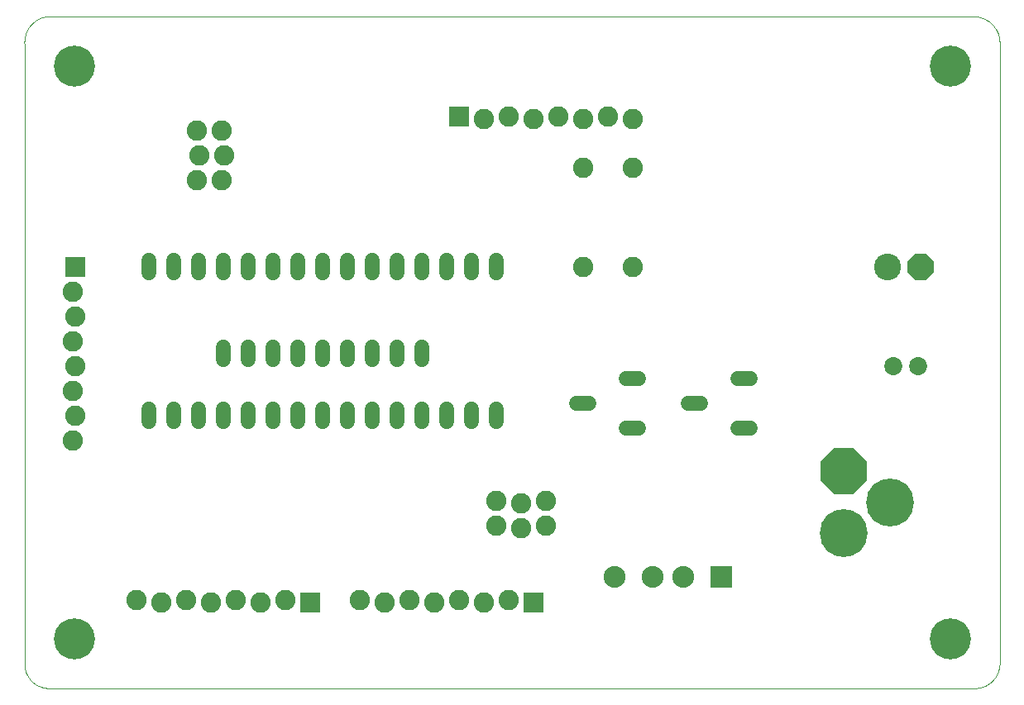
<source format=gbs>
G75*
%MOIN*%
%OFA0B0*%
%FSLAX25Y25*%
%IPPOS*%
%LPD*%
%AMOC8*
5,1,8,0,0,1.08239X$1,22.5*
%
%ADD10OC8,0.18517*%
%ADD11C,0.19304*%
%ADD12C,0.05950*%
%ADD13C,0.00000*%
%ADD14C,0.16548*%
%ADD15C,0.08200*%
%ADD16R,0.08800X0.08800*%
%ADD17C,0.08800*%
%ADD18C,0.10800*%
%ADD19OC8,0.10800*%
%ADD20C,0.07300*%
%ADD21R,0.08200X0.08200*%
%ADD22C,0.06000*%
D10*
X0335000Y0092500D03*
D11*
X0353750Y0080000D03*
X0335000Y0067500D03*
D12*
X0195000Y0112425D02*
X0195000Y0117575D01*
X0185000Y0117575D02*
X0185000Y0112425D01*
X0175000Y0112425D02*
X0175000Y0117575D01*
X0165000Y0117575D02*
X0165000Y0112425D01*
X0155000Y0112425D02*
X0155000Y0117575D01*
X0145000Y0117575D02*
X0145000Y0112425D01*
X0135000Y0112425D02*
X0135000Y0117575D01*
X0125000Y0117575D02*
X0125000Y0112425D01*
X0115000Y0112425D02*
X0115000Y0117575D01*
X0105000Y0117575D02*
X0105000Y0112425D01*
X0095000Y0112425D02*
X0095000Y0117575D01*
X0085000Y0117575D02*
X0085000Y0112425D01*
X0075000Y0112425D02*
X0075000Y0117575D01*
X0065000Y0117575D02*
X0065000Y0112425D01*
X0055000Y0112425D02*
X0055000Y0117575D01*
X0055000Y0172425D02*
X0055000Y0177575D01*
X0065000Y0177575D02*
X0065000Y0172425D01*
X0075000Y0172425D02*
X0075000Y0177575D01*
X0085000Y0177575D02*
X0085000Y0172425D01*
X0095000Y0172425D02*
X0095000Y0177575D01*
X0105000Y0177575D02*
X0105000Y0172425D01*
X0115000Y0172425D02*
X0115000Y0177575D01*
X0125000Y0177575D02*
X0125000Y0172425D01*
X0135000Y0172425D02*
X0135000Y0177575D01*
X0145000Y0177575D02*
X0145000Y0172425D01*
X0155000Y0172425D02*
X0155000Y0177575D01*
X0165000Y0177575D02*
X0165000Y0172425D01*
X0175000Y0172425D02*
X0175000Y0177575D01*
X0185000Y0177575D02*
X0185000Y0172425D01*
X0195000Y0172425D02*
X0195000Y0177575D01*
D13*
X0032559Y0005000D02*
X0014843Y0005000D01*
X0014605Y0005003D01*
X0014367Y0005011D01*
X0014130Y0005026D01*
X0013893Y0005046D01*
X0013657Y0005072D01*
X0013421Y0005103D01*
X0013186Y0005140D01*
X0012952Y0005183D01*
X0012719Y0005232D01*
X0012487Y0005286D01*
X0012257Y0005346D01*
X0012028Y0005411D01*
X0011801Y0005482D01*
X0011576Y0005558D01*
X0011353Y0005640D01*
X0011131Y0005727D01*
X0010912Y0005819D01*
X0010695Y0005917D01*
X0010481Y0006019D01*
X0010269Y0006127D01*
X0010059Y0006241D01*
X0009853Y0006359D01*
X0009649Y0006482D01*
X0009449Y0006610D01*
X0009252Y0006742D01*
X0009057Y0006880D01*
X0008867Y0007022D01*
X0008679Y0007169D01*
X0008496Y0007320D01*
X0008316Y0007475D01*
X0008140Y0007635D01*
X0007968Y0007799D01*
X0007799Y0007968D01*
X0007635Y0008140D01*
X0007475Y0008316D01*
X0007320Y0008496D01*
X0007169Y0008679D01*
X0007022Y0008867D01*
X0006880Y0009057D01*
X0006742Y0009252D01*
X0006610Y0009449D01*
X0006482Y0009649D01*
X0006359Y0009853D01*
X0006241Y0010059D01*
X0006127Y0010269D01*
X0006019Y0010481D01*
X0005917Y0010695D01*
X0005819Y0010912D01*
X0005727Y0011131D01*
X0005640Y0011353D01*
X0005558Y0011576D01*
X0005482Y0011801D01*
X0005411Y0012028D01*
X0005346Y0012257D01*
X0005286Y0012487D01*
X0005232Y0012719D01*
X0005183Y0012952D01*
X0005140Y0013186D01*
X0005103Y0013421D01*
X0005072Y0013657D01*
X0005046Y0013893D01*
X0005026Y0014130D01*
X0005011Y0014367D01*
X0005003Y0014605D01*
X0005000Y0014843D01*
X0005000Y0036500D01*
X0005000Y0265000D01*
X0004989Y0265252D01*
X0004984Y0265504D01*
X0004986Y0265757D01*
X0004993Y0266009D01*
X0005006Y0266261D01*
X0005026Y0266512D01*
X0005051Y0266763D01*
X0005083Y0267013D01*
X0005121Y0267263D01*
X0005164Y0267511D01*
X0005214Y0267758D01*
X0005270Y0268004D01*
X0005331Y0268249D01*
X0005399Y0268492D01*
X0005472Y0268733D01*
X0005551Y0268973D01*
X0005636Y0269210D01*
X0005727Y0269446D01*
X0005823Y0269679D01*
X0005925Y0269909D01*
X0006032Y0270138D01*
X0006145Y0270363D01*
X0006263Y0270586D01*
X0006387Y0270806D01*
X0006516Y0271022D01*
X0006650Y0271236D01*
X0006789Y0271446D01*
X0006934Y0271653D01*
X0007083Y0271857D01*
X0007237Y0272056D01*
X0007396Y0272252D01*
X0007560Y0272444D01*
X0007728Y0272632D01*
X0007900Y0272816D01*
X0008077Y0272995D01*
X0008259Y0273171D01*
X0008444Y0273342D01*
X0008634Y0273508D01*
X0008828Y0273670D01*
X0009025Y0273827D01*
X0009226Y0273979D01*
X0009431Y0274126D01*
X0009639Y0274268D01*
X0009851Y0274405D01*
X0010066Y0274537D01*
X0010284Y0274664D01*
X0010505Y0274786D01*
X0010729Y0274902D01*
X0010955Y0275012D01*
X0011185Y0275118D01*
X0011416Y0275217D01*
X0011650Y0275311D01*
X0011887Y0275399D01*
X0012125Y0275482D01*
X0012365Y0275559D01*
X0012607Y0275630D01*
X0012851Y0275695D01*
X0013096Y0275754D01*
X0013343Y0275807D01*
X0013590Y0275854D01*
X0013839Y0275895D01*
X0014089Y0275931D01*
X0014339Y0275960D01*
X0014591Y0275983D01*
X0014842Y0276000D01*
X0014843Y0276000D02*
X0064055Y0276000D01*
X0387598Y0276000D01*
X0387857Y0275989D01*
X0388115Y0275973D01*
X0388372Y0275950D01*
X0388630Y0275921D01*
X0388886Y0275886D01*
X0389141Y0275844D01*
X0389395Y0275797D01*
X0389648Y0275743D01*
X0389900Y0275683D01*
X0390150Y0275617D01*
X0390399Y0275545D01*
X0390646Y0275467D01*
X0390890Y0275384D01*
X0391133Y0275294D01*
X0391373Y0275198D01*
X0391611Y0275097D01*
X0391847Y0274990D01*
X0392080Y0274877D01*
X0392310Y0274759D01*
X0392537Y0274635D01*
X0392761Y0274506D01*
X0392982Y0274371D01*
X0393199Y0274231D01*
X0393413Y0274086D01*
X0393624Y0273936D01*
X0393831Y0273780D01*
X0394034Y0273620D01*
X0394233Y0273455D01*
X0394428Y0273285D01*
X0394619Y0273110D01*
X0394805Y0272931D01*
X0394988Y0272748D01*
X0395165Y0272560D01*
X0395339Y0272367D01*
X0395507Y0272171D01*
X0395671Y0271971D01*
X0395829Y0271766D01*
X0395983Y0271558D01*
X0396132Y0271347D01*
X0396276Y0271132D01*
X0396414Y0270913D01*
X0396547Y0270691D01*
X0396674Y0270466D01*
X0396797Y0270238D01*
X0396913Y0270007D01*
X0397024Y0269773D01*
X0397129Y0269537D01*
X0397229Y0269298D01*
X0397323Y0269057D01*
X0397411Y0268814D01*
X0397493Y0268568D01*
X0397569Y0268321D01*
X0397639Y0268072D01*
X0397703Y0267822D01*
X0397760Y0267569D01*
X0397812Y0267316D01*
X0397858Y0267061D01*
X0397897Y0266806D01*
X0397931Y0266549D01*
X0397958Y0266292D01*
X0397979Y0266034D01*
X0397993Y0265776D01*
X0398002Y0265517D01*
X0398004Y0265259D01*
X0398000Y0265000D01*
X0398000Y0243000D01*
X0398000Y0014843D01*
X0398000Y0014842D02*
X0397990Y0014598D01*
X0397975Y0014354D01*
X0397953Y0014110D01*
X0397926Y0013867D01*
X0397893Y0013624D01*
X0397854Y0013383D01*
X0397809Y0013142D01*
X0397758Y0012903D01*
X0397701Y0012665D01*
X0397639Y0012428D01*
X0397571Y0012193D01*
X0397498Y0011960D01*
X0397418Y0011728D01*
X0397334Y0011499D01*
X0397243Y0011271D01*
X0397147Y0011046D01*
X0397046Y0010823D01*
X0396940Y0010603D01*
X0396828Y0010385D01*
X0396711Y0010170D01*
X0396589Y0009958D01*
X0396461Y0009749D01*
X0396329Y0009544D01*
X0396192Y0009341D01*
X0396050Y0009142D01*
X0395903Y0008946D01*
X0395751Y0008754D01*
X0395595Y0008566D01*
X0395434Y0008381D01*
X0395269Y0008201D01*
X0395100Y0008024D01*
X0394926Y0007852D01*
X0394748Y0007683D01*
X0394567Y0007519D01*
X0394381Y0007360D01*
X0394191Y0007205D01*
X0393998Y0007055D01*
X0393802Y0006909D01*
X0393601Y0006769D01*
X0393398Y0006633D01*
X0393191Y0006502D01*
X0392981Y0006376D01*
X0392769Y0006255D01*
X0392553Y0006140D01*
X0392334Y0006029D01*
X0392113Y0005924D01*
X0391890Y0005825D01*
X0391664Y0005730D01*
X0391436Y0005642D01*
X0391206Y0005558D01*
X0390974Y0005481D01*
X0390740Y0005409D01*
X0390504Y0005343D01*
X0390267Y0005282D01*
X0390029Y0005227D01*
X0389789Y0005178D01*
X0389548Y0005135D01*
X0389307Y0005097D01*
X0389064Y0005066D01*
X0388821Y0005040D01*
X0388577Y0005020D01*
X0388332Y0005006D01*
X0388088Y0004998D01*
X0387843Y0004996D01*
X0387598Y0005000D01*
X0032559Y0005000D01*
X0017126Y0025000D02*
X0017128Y0025193D01*
X0017135Y0025386D01*
X0017147Y0025579D01*
X0017164Y0025772D01*
X0017185Y0025964D01*
X0017211Y0026155D01*
X0017242Y0026346D01*
X0017277Y0026536D01*
X0017317Y0026725D01*
X0017362Y0026913D01*
X0017411Y0027100D01*
X0017465Y0027286D01*
X0017523Y0027470D01*
X0017586Y0027653D01*
X0017654Y0027834D01*
X0017725Y0028013D01*
X0017802Y0028191D01*
X0017882Y0028367D01*
X0017967Y0028540D01*
X0018056Y0028712D01*
X0018149Y0028881D01*
X0018246Y0029048D01*
X0018348Y0029213D01*
X0018453Y0029375D01*
X0018562Y0029534D01*
X0018676Y0029691D01*
X0018793Y0029844D01*
X0018913Y0029995D01*
X0019038Y0030143D01*
X0019166Y0030288D01*
X0019297Y0030429D01*
X0019432Y0030568D01*
X0019571Y0030703D01*
X0019712Y0030834D01*
X0019857Y0030962D01*
X0020005Y0031087D01*
X0020156Y0031207D01*
X0020309Y0031324D01*
X0020466Y0031438D01*
X0020625Y0031547D01*
X0020787Y0031652D01*
X0020952Y0031754D01*
X0021119Y0031851D01*
X0021288Y0031944D01*
X0021460Y0032033D01*
X0021633Y0032118D01*
X0021809Y0032198D01*
X0021987Y0032275D01*
X0022166Y0032346D01*
X0022347Y0032414D01*
X0022530Y0032477D01*
X0022714Y0032535D01*
X0022900Y0032589D01*
X0023087Y0032638D01*
X0023275Y0032683D01*
X0023464Y0032723D01*
X0023654Y0032758D01*
X0023845Y0032789D01*
X0024036Y0032815D01*
X0024228Y0032836D01*
X0024421Y0032853D01*
X0024614Y0032865D01*
X0024807Y0032872D01*
X0025000Y0032874D01*
X0025193Y0032872D01*
X0025386Y0032865D01*
X0025579Y0032853D01*
X0025772Y0032836D01*
X0025964Y0032815D01*
X0026155Y0032789D01*
X0026346Y0032758D01*
X0026536Y0032723D01*
X0026725Y0032683D01*
X0026913Y0032638D01*
X0027100Y0032589D01*
X0027286Y0032535D01*
X0027470Y0032477D01*
X0027653Y0032414D01*
X0027834Y0032346D01*
X0028013Y0032275D01*
X0028191Y0032198D01*
X0028367Y0032118D01*
X0028540Y0032033D01*
X0028712Y0031944D01*
X0028881Y0031851D01*
X0029048Y0031754D01*
X0029213Y0031652D01*
X0029375Y0031547D01*
X0029534Y0031438D01*
X0029691Y0031324D01*
X0029844Y0031207D01*
X0029995Y0031087D01*
X0030143Y0030962D01*
X0030288Y0030834D01*
X0030429Y0030703D01*
X0030568Y0030568D01*
X0030703Y0030429D01*
X0030834Y0030288D01*
X0030962Y0030143D01*
X0031087Y0029995D01*
X0031207Y0029844D01*
X0031324Y0029691D01*
X0031438Y0029534D01*
X0031547Y0029375D01*
X0031652Y0029213D01*
X0031754Y0029048D01*
X0031851Y0028881D01*
X0031944Y0028712D01*
X0032033Y0028540D01*
X0032118Y0028367D01*
X0032198Y0028191D01*
X0032275Y0028013D01*
X0032346Y0027834D01*
X0032414Y0027653D01*
X0032477Y0027470D01*
X0032535Y0027286D01*
X0032589Y0027100D01*
X0032638Y0026913D01*
X0032683Y0026725D01*
X0032723Y0026536D01*
X0032758Y0026346D01*
X0032789Y0026155D01*
X0032815Y0025964D01*
X0032836Y0025772D01*
X0032853Y0025579D01*
X0032865Y0025386D01*
X0032872Y0025193D01*
X0032874Y0025000D01*
X0032872Y0024807D01*
X0032865Y0024614D01*
X0032853Y0024421D01*
X0032836Y0024228D01*
X0032815Y0024036D01*
X0032789Y0023845D01*
X0032758Y0023654D01*
X0032723Y0023464D01*
X0032683Y0023275D01*
X0032638Y0023087D01*
X0032589Y0022900D01*
X0032535Y0022714D01*
X0032477Y0022530D01*
X0032414Y0022347D01*
X0032346Y0022166D01*
X0032275Y0021987D01*
X0032198Y0021809D01*
X0032118Y0021633D01*
X0032033Y0021460D01*
X0031944Y0021288D01*
X0031851Y0021119D01*
X0031754Y0020952D01*
X0031652Y0020787D01*
X0031547Y0020625D01*
X0031438Y0020466D01*
X0031324Y0020309D01*
X0031207Y0020156D01*
X0031087Y0020005D01*
X0030962Y0019857D01*
X0030834Y0019712D01*
X0030703Y0019571D01*
X0030568Y0019432D01*
X0030429Y0019297D01*
X0030288Y0019166D01*
X0030143Y0019038D01*
X0029995Y0018913D01*
X0029844Y0018793D01*
X0029691Y0018676D01*
X0029534Y0018562D01*
X0029375Y0018453D01*
X0029213Y0018348D01*
X0029048Y0018246D01*
X0028881Y0018149D01*
X0028712Y0018056D01*
X0028540Y0017967D01*
X0028367Y0017882D01*
X0028191Y0017802D01*
X0028013Y0017725D01*
X0027834Y0017654D01*
X0027653Y0017586D01*
X0027470Y0017523D01*
X0027286Y0017465D01*
X0027100Y0017411D01*
X0026913Y0017362D01*
X0026725Y0017317D01*
X0026536Y0017277D01*
X0026346Y0017242D01*
X0026155Y0017211D01*
X0025964Y0017185D01*
X0025772Y0017164D01*
X0025579Y0017147D01*
X0025386Y0017135D01*
X0025193Y0017128D01*
X0025000Y0017126D01*
X0024807Y0017128D01*
X0024614Y0017135D01*
X0024421Y0017147D01*
X0024228Y0017164D01*
X0024036Y0017185D01*
X0023845Y0017211D01*
X0023654Y0017242D01*
X0023464Y0017277D01*
X0023275Y0017317D01*
X0023087Y0017362D01*
X0022900Y0017411D01*
X0022714Y0017465D01*
X0022530Y0017523D01*
X0022347Y0017586D01*
X0022166Y0017654D01*
X0021987Y0017725D01*
X0021809Y0017802D01*
X0021633Y0017882D01*
X0021460Y0017967D01*
X0021288Y0018056D01*
X0021119Y0018149D01*
X0020952Y0018246D01*
X0020787Y0018348D01*
X0020625Y0018453D01*
X0020466Y0018562D01*
X0020309Y0018676D01*
X0020156Y0018793D01*
X0020005Y0018913D01*
X0019857Y0019038D01*
X0019712Y0019166D01*
X0019571Y0019297D01*
X0019432Y0019432D01*
X0019297Y0019571D01*
X0019166Y0019712D01*
X0019038Y0019857D01*
X0018913Y0020005D01*
X0018793Y0020156D01*
X0018676Y0020309D01*
X0018562Y0020466D01*
X0018453Y0020625D01*
X0018348Y0020787D01*
X0018246Y0020952D01*
X0018149Y0021119D01*
X0018056Y0021288D01*
X0017967Y0021460D01*
X0017882Y0021633D01*
X0017802Y0021809D01*
X0017725Y0021987D01*
X0017654Y0022166D01*
X0017586Y0022347D01*
X0017523Y0022530D01*
X0017465Y0022714D01*
X0017411Y0022900D01*
X0017362Y0023087D01*
X0017317Y0023275D01*
X0017277Y0023464D01*
X0017242Y0023654D01*
X0017211Y0023845D01*
X0017185Y0024036D01*
X0017164Y0024228D01*
X0017147Y0024421D01*
X0017135Y0024614D01*
X0017128Y0024807D01*
X0017126Y0025000D01*
X0017126Y0256000D02*
X0017128Y0256193D01*
X0017135Y0256386D01*
X0017147Y0256579D01*
X0017164Y0256772D01*
X0017185Y0256964D01*
X0017211Y0257155D01*
X0017242Y0257346D01*
X0017277Y0257536D01*
X0017317Y0257725D01*
X0017362Y0257913D01*
X0017411Y0258100D01*
X0017465Y0258286D01*
X0017523Y0258470D01*
X0017586Y0258653D01*
X0017654Y0258834D01*
X0017725Y0259013D01*
X0017802Y0259191D01*
X0017882Y0259367D01*
X0017967Y0259540D01*
X0018056Y0259712D01*
X0018149Y0259881D01*
X0018246Y0260048D01*
X0018348Y0260213D01*
X0018453Y0260375D01*
X0018562Y0260534D01*
X0018676Y0260691D01*
X0018793Y0260844D01*
X0018913Y0260995D01*
X0019038Y0261143D01*
X0019166Y0261288D01*
X0019297Y0261429D01*
X0019432Y0261568D01*
X0019571Y0261703D01*
X0019712Y0261834D01*
X0019857Y0261962D01*
X0020005Y0262087D01*
X0020156Y0262207D01*
X0020309Y0262324D01*
X0020466Y0262438D01*
X0020625Y0262547D01*
X0020787Y0262652D01*
X0020952Y0262754D01*
X0021119Y0262851D01*
X0021288Y0262944D01*
X0021460Y0263033D01*
X0021633Y0263118D01*
X0021809Y0263198D01*
X0021987Y0263275D01*
X0022166Y0263346D01*
X0022347Y0263414D01*
X0022530Y0263477D01*
X0022714Y0263535D01*
X0022900Y0263589D01*
X0023087Y0263638D01*
X0023275Y0263683D01*
X0023464Y0263723D01*
X0023654Y0263758D01*
X0023845Y0263789D01*
X0024036Y0263815D01*
X0024228Y0263836D01*
X0024421Y0263853D01*
X0024614Y0263865D01*
X0024807Y0263872D01*
X0025000Y0263874D01*
X0025193Y0263872D01*
X0025386Y0263865D01*
X0025579Y0263853D01*
X0025772Y0263836D01*
X0025964Y0263815D01*
X0026155Y0263789D01*
X0026346Y0263758D01*
X0026536Y0263723D01*
X0026725Y0263683D01*
X0026913Y0263638D01*
X0027100Y0263589D01*
X0027286Y0263535D01*
X0027470Y0263477D01*
X0027653Y0263414D01*
X0027834Y0263346D01*
X0028013Y0263275D01*
X0028191Y0263198D01*
X0028367Y0263118D01*
X0028540Y0263033D01*
X0028712Y0262944D01*
X0028881Y0262851D01*
X0029048Y0262754D01*
X0029213Y0262652D01*
X0029375Y0262547D01*
X0029534Y0262438D01*
X0029691Y0262324D01*
X0029844Y0262207D01*
X0029995Y0262087D01*
X0030143Y0261962D01*
X0030288Y0261834D01*
X0030429Y0261703D01*
X0030568Y0261568D01*
X0030703Y0261429D01*
X0030834Y0261288D01*
X0030962Y0261143D01*
X0031087Y0260995D01*
X0031207Y0260844D01*
X0031324Y0260691D01*
X0031438Y0260534D01*
X0031547Y0260375D01*
X0031652Y0260213D01*
X0031754Y0260048D01*
X0031851Y0259881D01*
X0031944Y0259712D01*
X0032033Y0259540D01*
X0032118Y0259367D01*
X0032198Y0259191D01*
X0032275Y0259013D01*
X0032346Y0258834D01*
X0032414Y0258653D01*
X0032477Y0258470D01*
X0032535Y0258286D01*
X0032589Y0258100D01*
X0032638Y0257913D01*
X0032683Y0257725D01*
X0032723Y0257536D01*
X0032758Y0257346D01*
X0032789Y0257155D01*
X0032815Y0256964D01*
X0032836Y0256772D01*
X0032853Y0256579D01*
X0032865Y0256386D01*
X0032872Y0256193D01*
X0032874Y0256000D01*
X0032872Y0255807D01*
X0032865Y0255614D01*
X0032853Y0255421D01*
X0032836Y0255228D01*
X0032815Y0255036D01*
X0032789Y0254845D01*
X0032758Y0254654D01*
X0032723Y0254464D01*
X0032683Y0254275D01*
X0032638Y0254087D01*
X0032589Y0253900D01*
X0032535Y0253714D01*
X0032477Y0253530D01*
X0032414Y0253347D01*
X0032346Y0253166D01*
X0032275Y0252987D01*
X0032198Y0252809D01*
X0032118Y0252633D01*
X0032033Y0252460D01*
X0031944Y0252288D01*
X0031851Y0252119D01*
X0031754Y0251952D01*
X0031652Y0251787D01*
X0031547Y0251625D01*
X0031438Y0251466D01*
X0031324Y0251309D01*
X0031207Y0251156D01*
X0031087Y0251005D01*
X0030962Y0250857D01*
X0030834Y0250712D01*
X0030703Y0250571D01*
X0030568Y0250432D01*
X0030429Y0250297D01*
X0030288Y0250166D01*
X0030143Y0250038D01*
X0029995Y0249913D01*
X0029844Y0249793D01*
X0029691Y0249676D01*
X0029534Y0249562D01*
X0029375Y0249453D01*
X0029213Y0249348D01*
X0029048Y0249246D01*
X0028881Y0249149D01*
X0028712Y0249056D01*
X0028540Y0248967D01*
X0028367Y0248882D01*
X0028191Y0248802D01*
X0028013Y0248725D01*
X0027834Y0248654D01*
X0027653Y0248586D01*
X0027470Y0248523D01*
X0027286Y0248465D01*
X0027100Y0248411D01*
X0026913Y0248362D01*
X0026725Y0248317D01*
X0026536Y0248277D01*
X0026346Y0248242D01*
X0026155Y0248211D01*
X0025964Y0248185D01*
X0025772Y0248164D01*
X0025579Y0248147D01*
X0025386Y0248135D01*
X0025193Y0248128D01*
X0025000Y0248126D01*
X0024807Y0248128D01*
X0024614Y0248135D01*
X0024421Y0248147D01*
X0024228Y0248164D01*
X0024036Y0248185D01*
X0023845Y0248211D01*
X0023654Y0248242D01*
X0023464Y0248277D01*
X0023275Y0248317D01*
X0023087Y0248362D01*
X0022900Y0248411D01*
X0022714Y0248465D01*
X0022530Y0248523D01*
X0022347Y0248586D01*
X0022166Y0248654D01*
X0021987Y0248725D01*
X0021809Y0248802D01*
X0021633Y0248882D01*
X0021460Y0248967D01*
X0021288Y0249056D01*
X0021119Y0249149D01*
X0020952Y0249246D01*
X0020787Y0249348D01*
X0020625Y0249453D01*
X0020466Y0249562D01*
X0020309Y0249676D01*
X0020156Y0249793D01*
X0020005Y0249913D01*
X0019857Y0250038D01*
X0019712Y0250166D01*
X0019571Y0250297D01*
X0019432Y0250432D01*
X0019297Y0250571D01*
X0019166Y0250712D01*
X0019038Y0250857D01*
X0018913Y0251005D01*
X0018793Y0251156D01*
X0018676Y0251309D01*
X0018562Y0251466D01*
X0018453Y0251625D01*
X0018348Y0251787D01*
X0018246Y0251952D01*
X0018149Y0252119D01*
X0018056Y0252288D01*
X0017967Y0252460D01*
X0017882Y0252633D01*
X0017802Y0252809D01*
X0017725Y0252987D01*
X0017654Y0253166D01*
X0017586Y0253347D01*
X0017523Y0253530D01*
X0017465Y0253714D01*
X0017411Y0253900D01*
X0017362Y0254087D01*
X0017317Y0254275D01*
X0017277Y0254464D01*
X0017242Y0254654D01*
X0017211Y0254845D01*
X0017185Y0255036D01*
X0017164Y0255228D01*
X0017147Y0255421D01*
X0017135Y0255614D01*
X0017128Y0255807D01*
X0017126Y0256000D01*
X0370126Y0256000D02*
X0370128Y0256193D01*
X0370135Y0256386D01*
X0370147Y0256579D01*
X0370164Y0256772D01*
X0370185Y0256964D01*
X0370211Y0257155D01*
X0370242Y0257346D01*
X0370277Y0257536D01*
X0370317Y0257725D01*
X0370362Y0257913D01*
X0370411Y0258100D01*
X0370465Y0258286D01*
X0370523Y0258470D01*
X0370586Y0258653D01*
X0370654Y0258834D01*
X0370725Y0259013D01*
X0370802Y0259191D01*
X0370882Y0259367D01*
X0370967Y0259540D01*
X0371056Y0259712D01*
X0371149Y0259881D01*
X0371246Y0260048D01*
X0371348Y0260213D01*
X0371453Y0260375D01*
X0371562Y0260534D01*
X0371676Y0260691D01*
X0371793Y0260844D01*
X0371913Y0260995D01*
X0372038Y0261143D01*
X0372166Y0261288D01*
X0372297Y0261429D01*
X0372432Y0261568D01*
X0372571Y0261703D01*
X0372712Y0261834D01*
X0372857Y0261962D01*
X0373005Y0262087D01*
X0373156Y0262207D01*
X0373309Y0262324D01*
X0373466Y0262438D01*
X0373625Y0262547D01*
X0373787Y0262652D01*
X0373952Y0262754D01*
X0374119Y0262851D01*
X0374288Y0262944D01*
X0374460Y0263033D01*
X0374633Y0263118D01*
X0374809Y0263198D01*
X0374987Y0263275D01*
X0375166Y0263346D01*
X0375347Y0263414D01*
X0375530Y0263477D01*
X0375714Y0263535D01*
X0375900Y0263589D01*
X0376087Y0263638D01*
X0376275Y0263683D01*
X0376464Y0263723D01*
X0376654Y0263758D01*
X0376845Y0263789D01*
X0377036Y0263815D01*
X0377228Y0263836D01*
X0377421Y0263853D01*
X0377614Y0263865D01*
X0377807Y0263872D01*
X0378000Y0263874D01*
X0378193Y0263872D01*
X0378386Y0263865D01*
X0378579Y0263853D01*
X0378772Y0263836D01*
X0378964Y0263815D01*
X0379155Y0263789D01*
X0379346Y0263758D01*
X0379536Y0263723D01*
X0379725Y0263683D01*
X0379913Y0263638D01*
X0380100Y0263589D01*
X0380286Y0263535D01*
X0380470Y0263477D01*
X0380653Y0263414D01*
X0380834Y0263346D01*
X0381013Y0263275D01*
X0381191Y0263198D01*
X0381367Y0263118D01*
X0381540Y0263033D01*
X0381712Y0262944D01*
X0381881Y0262851D01*
X0382048Y0262754D01*
X0382213Y0262652D01*
X0382375Y0262547D01*
X0382534Y0262438D01*
X0382691Y0262324D01*
X0382844Y0262207D01*
X0382995Y0262087D01*
X0383143Y0261962D01*
X0383288Y0261834D01*
X0383429Y0261703D01*
X0383568Y0261568D01*
X0383703Y0261429D01*
X0383834Y0261288D01*
X0383962Y0261143D01*
X0384087Y0260995D01*
X0384207Y0260844D01*
X0384324Y0260691D01*
X0384438Y0260534D01*
X0384547Y0260375D01*
X0384652Y0260213D01*
X0384754Y0260048D01*
X0384851Y0259881D01*
X0384944Y0259712D01*
X0385033Y0259540D01*
X0385118Y0259367D01*
X0385198Y0259191D01*
X0385275Y0259013D01*
X0385346Y0258834D01*
X0385414Y0258653D01*
X0385477Y0258470D01*
X0385535Y0258286D01*
X0385589Y0258100D01*
X0385638Y0257913D01*
X0385683Y0257725D01*
X0385723Y0257536D01*
X0385758Y0257346D01*
X0385789Y0257155D01*
X0385815Y0256964D01*
X0385836Y0256772D01*
X0385853Y0256579D01*
X0385865Y0256386D01*
X0385872Y0256193D01*
X0385874Y0256000D01*
X0385872Y0255807D01*
X0385865Y0255614D01*
X0385853Y0255421D01*
X0385836Y0255228D01*
X0385815Y0255036D01*
X0385789Y0254845D01*
X0385758Y0254654D01*
X0385723Y0254464D01*
X0385683Y0254275D01*
X0385638Y0254087D01*
X0385589Y0253900D01*
X0385535Y0253714D01*
X0385477Y0253530D01*
X0385414Y0253347D01*
X0385346Y0253166D01*
X0385275Y0252987D01*
X0385198Y0252809D01*
X0385118Y0252633D01*
X0385033Y0252460D01*
X0384944Y0252288D01*
X0384851Y0252119D01*
X0384754Y0251952D01*
X0384652Y0251787D01*
X0384547Y0251625D01*
X0384438Y0251466D01*
X0384324Y0251309D01*
X0384207Y0251156D01*
X0384087Y0251005D01*
X0383962Y0250857D01*
X0383834Y0250712D01*
X0383703Y0250571D01*
X0383568Y0250432D01*
X0383429Y0250297D01*
X0383288Y0250166D01*
X0383143Y0250038D01*
X0382995Y0249913D01*
X0382844Y0249793D01*
X0382691Y0249676D01*
X0382534Y0249562D01*
X0382375Y0249453D01*
X0382213Y0249348D01*
X0382048Y0249246D01*
X0381881Y0249149D01*
X0381712Y0249056D01*
X0381540Y0248967D01*
X0381367Y0248882D01*
X0381191Y0248802D01*
X0381013Y0248725D01*
X0380834Y0248654D01*
X0380653Y0248586D01*
X0380470Y0248523D01*
X0380286Y0248465D01*
X0380100Y0248411D01*
X0379913Y0248362D01*
X0379725Y0248317D01*
X0379536Y0248277D01*
X0379346Y0248242D01*
X0379155Y0248211D01*
X0378964Y0248185D01*
X0378772Y0248164D01*
X0378579Y0248147D01*
X0378386Y0248135D01*
X0378193Y0248128D01*
X0378000Y0248126D01*
X0377807Y0248128D01*
X0377614Y0248135D01*
X0377421Y0248147D01*
X0377228Y0248164D01*
X0377036Y0248185D01*
X0376845Y0248211D01*
X0376654Y0248242D01*
X0376464Y0248277D01*
X0376275Y0248317D01*
X0376087Y0248362D01*
X0375900Y0248411D01*
X0375714Y0248465D01*
X0375530Y0248523D01*
X0375347Y0248586D01*
X0375166Y0248654D01*
X0374987Y0248725D01*
X0374809Y0248802D01*
X0374633Y0248882D01*
X0374460Y0248967D01*
X0374288Y0249056D01*
X0374119Y0249149D01*
X0373952Y0249246D01*
X0373787Y0249348D01*
X0373625Y0249453D01*
X0373466Y0249562D01*
X0373309Y0249676D01*
X0373156Y0249793D01*
X0373005Y0249913D01*
X0372857Y0250038D01*
X0372712Y0250166D01*
X0372571Y0250297D01*
X0372432Y0250432D01*
X0372297Y0250571D01*
X0372166Y0250712D01*
X0372038Y0250857D01*
X0371913Y0251005D01*
X0371793Y0251156D01*
X0371676Y0251309D01*
X0371562Y0251466D01*
X0371453Y0251625D01*
X0371348Y0251787D01*
X0371246Y0251952D01*
X0371149Y0252119D01*
X0371056Y0252288D01*
X0370967Y0252460D01*
X0370882Y0252633D01*
X0370802Y0252809D01*
X0370725Y0252987D01*
X0370654Y0253166D01*
X0370586Y0253347D01*
X0370523Y0253530D01*
X0370465Y0253714D01*
X0370411Y0253900D01*
X0370362Y0254087D01*
X0370317Y0254275D01*
X0370277Y0254464D01*
X0370242Y0254654D01*
X0370211Y0254845D01*
X0370185Y0255036D01*
X0370164Y0255228D01*
X0370147Y0255421D01*
X0370135Y0255614D01*
X0370128Y0255807D01*
X0370126Y0256000D01*
X0370126Y0025000D02*
X0370128Y0025193D01*
X0370135Y0025386D01*
X0370147Y0025579D01*
X0370164Y0025772D01*
X0370185Y0025964D01*
X0370211Y0026155D01*
X0370242Y0026346D01*
X0370277Y0026536D01*
X0370317Y0026725D01*
X0370362Y0026913D01*
X0370411Y0027100D01*
X0370465Y0027286D01*
X0370523Y0027470D01*
X0370586Y0027653D01*
X0370654Y0027834D01*
X0370725Y0028013D01*
X0370802Y0028191D01*
X0370882Y0028367D01*
X0370967Y0028540D01*
X0371056Y0028712D01*
X0371149Y0028881D01*
X0371246Y0029048D01*
X0371348Y0029213D01*
X0371453Y0029375D01*
X0371562Y0029534D01*
X0371676Y0029691D01*
X0371793Y0029844D01*
X0371913Y0029995D01*
X0372038Y0030143D01*
X0372166Y0030288D01*
X0372297Y0030429D01*
X0372432Y0030568D01*
X0372571Y0030703D01*
X0372712Y0030834D01*
X0372857Y0030962D01*
X0373005Y0031087D01*
X0373156Y0031207D01*
X0373309Y0031324D01*
X0373466Y0031438D01*
X0373625Y0031547D01*
X0373787Y0031652D01*
X0373952Y0031754D01*
X0374119Y0031851D01*
X0374288Y0031944D01*
X0374460Y0032033D01*
X0374633Y0032118D01*
X0374809Y0032198D01*
X0374987Y0032275D01*
X0375166Y0032346D01*
X0375347Y0032414D01*
X0375530Y0032477D01*
X0375714Y0032535D01*
X0375900Y0032589D01*
X0376087Y0032638D01*
X0376275Y0032683D01*
X0376464Y0032723D01*
X0376654Y0032758D01*
X0376845Y0032789D01*
X0377036Y0032815D01*
X0377228Y0032836D01*
X0377421Y0032853D01*
X0377614Y0032865D01*
X0377807Y0032872D01*
X0378000Y0032874D01*
X0378193Y0032872D01*
X0378386Y0032865D01*
X0378579Y0032853D01*
X0378772Y0032836D01*
X0378964Y0032815D01*
X0379155Y0032789D01*
X0379346Y0032758D01*
X0379536Y0032723D01*
X0379725Y0032683D01*
X0379913Y0032638D01*
X0380100Y0032589D01*
X0380286Y0032535D01*
X0380470Y0032477D01*
X0380653Y0032414D01*
X0380834Y0032346D01*
X0381013Y0032275D01*
X0381191Y0032198D01*
X0381367Y0032118D01*
X0381540Y0032033D01*
X0381712Y0031944D01*
X0381881Y0031851D01*
X0382048Y0031754D01*
X0382213Y0031652D01*
X0382375Y0031547D01*
X0382534Y0031438D01*
X0382691Y0031324D01*
X0382844Y0031207D01*
X0382995Y0031087D01*
X0383143Y0030962D01*
X0383288Y0030834D01*
X0383429Y0030703D01*
X0383568Y0030568D01*
X0383703Y0030429D01*
X0383834Y0030288D01*
X0383962Y0030143D01*
X0384087Y0029995D01*
X0384207Y0029844D01*
X0384324Y0029691D01*
X0384438Y0029534D01*
X0384547Y0029375D01*
X0384652Y0029213D01*
X0384754Y0029048D01*
X0384851Y0028881D01*
X0384944Y0028712D01*
X0385033Y0028540D01*
X0385118Y0028367D01*
X0385198Y0028191D01*
X0385275Y0028013D01*
X0385346Y0027834D01*
X0385414Y0027653D01*
X0385477Y0027470D01*
X0385535Y0027286D01*
X0385589Y0027100D01*
X0385638Y0026913D01*
X0385683Y0026725D01*
X0385723Y0026536D01*
X0385758Y0026346D01*
X0385789Y0026155D01*
X0385815Y0025964D01*
X0385836Y0025772D01*
X0385853Y0025579D01*
X0385865Y0025386D01*
X0385872Y0025193D01*
X0385874Y0025000D01*
X0385872Y0024807D01*
X0385865Y0024614D01*
X0385853Y0024421D01*
X0385836Y0024228D01*
X0385815Y0024036D01*
X0385789Y0023845D01*
X0385758Y0023654D01*
X0385723Y0023464D01*
X0385683Y0023275D01*
X0385638Y0023087D01*
X0385589Y0022900D01*
X0385535Y0022714D01*
X0385477Y0022530D01*
X0385414Y0022347D01*
X0385346Y0022166D01*
X0385275Y0021987D01*
X0385198Y0021809D01*
X0385118Y0021633D01*
X0385033Y0021460D01*
X0384944Y0021288D01*
X0384851Y0021119D01*
X0384754Y0020952D01*
X0384652Y0020787D01*
X0384547Y0020625D01*
X0384438Y0020466D01*
X0384324Y0020309D01*
X0384207Y0020156D01*
X0384087Y0020005D01*
X0383962Y0019857D01*
X0383834Y0019712D01*
X0383703Y0019571D01*
X0383568Y0019432D01*
X0383429Y0019297D01*
X0383288Y0019166D01*
X0383143Y0019038D01*
X0382995Y0018913D01*
X0382844Y0018793D01*
X0382691Y0018676D01*
X0382534Y0018562D01*
X0382375Y0018453D01*
X0382213Y0018348D01*
X0382048Y0018246D01*
X0381881Y0018149D01*
X0381712Y0018056D01*
X0381540Y0017967D01*
X0381367Y0017882D01*
X0381191Y0017802D01*
X0381013Y0017725D01*
X0380834Y0017654D01*
X0380653Y0017586D01*
X0380470Y0017523D01*
X0380286Y0017465D01*
X0380100Y0017411D01*
X0379913Y0017362D01*
X0379725Y0017317D01*
X0379536Y0017277D01*
X0379346Y0017242D01*
X0379155Y0017211D01*
X0378964Y0017185D01*
X0378772Y0017164D01*
X0378579Y0017147D01*
X0378386Y0017135D01*
X0378193Y0017128D01*
X0378000Y0017126D01*
X0377807Y0017128D01*
X0377614Y0017135D01*
X0377421Y0017147D01*
X0377228Y0017164D01*
X0377036Y0017185D01*
X0376845Y0017211D01*
X0376654Y0017242D01*
X0376464Y0017277D01*
X0376275Y0017317D01*
X0376087Y0017362D01*
X0375900Y0017411D01*
X0375714Y0017465D01*
X0375530Y0017523D01*
X0375347Y0017586D01*
X0375166Y0017654D01*
X0374987Y0017725D01*
X0374809Y0017802D01*
X0374633Y0017882D01*
X0374460Y0017967D01*
X0374288Y0018056D01*
X0374119Y0018149D01*
X0373952Y0018246D01*
X0373787Y0018348D01*
X0373625Y0018453D01*
X0373466Y0018562D01*
X0373309Y0018676D01*
X0373156Y0018793D01*
X0373005Y0018913D01*
X0372857Y0019038D01*
X0372712Y0019166D01*
X0372571Y0019297D01*
X0372432Y0019432D01*
X0372297Y0019571D01*
X0372166Y0019712D01*
X0372038Y0019857D01*
X0371913Y0020005D01*
X0371793Y0020156D01*
X0371676Y0020309D01*
X0371562Y0020466D01*
X0371453Y0020625D01*
X0371348Y0020787D01*
X0371246Y0020952D01*
X0371149Y0021119D01*
X0371056Y0021288D01*
X0370967Y0021460D01*
X0370882Y0021633D01*
X0370802Y0021809D01*
X0370725Y0021987D01*
X0370654Y0022166D01*
X0370586Y0022347D01*
X0370523Y0022530D01*
X0370465Y0022714D01*
X0370411Y0022900D01*
X0370362Y0023087D01*
X0370317Y0023275D01*
X0370277Y0023464D01*
X0370242Y0023654D01*
X0370211Y0023845D01*
X0370185Y0024036D01*
X0370164Y0024228D01*
X0370147Y0024421D01*
X0370135Y0024614D01*
X0370128Y0024807D01*
X0370126Y0025000D01*
D14*
X0378000Y0025000D03*
X0378000Y0256000D03*
X0025000Y0256000D03*
X0025000Y0025000D03*
D15*
X0050000Y0040500D03*
X0060000Y0039500D03*
X0070000Y0040500D03*
X0080000Y0039500D03*
X0090000Y0040500D03*
X0100000Y0039500D03*
X0110000Y0040500D03*
X0140000Y0040500D03*
X0150000Y0039500D03*
X0160000Y0040500D03*
X0170000Y0039500D03*
X0180000Y0040500D03*
X0190000Y0039500D03*
X0200000Y0040500D03*
X0205000Y0069500D03*
X0215000Y0070500D03*
X0215000Y0080500D03*
X0205000Y0079500D03*
X0195000Y0080500D03*
X0195000Y0070500D03*
X0230000Y0175000D03*
X0250000Y0175000D03*
X0250000Y0215000D03*
X0230000Y0215000D03*
X0230000Y0234500D03*
X0240000Y0235500D03*
X0250000Y0234500D03*
X0220000Y0235500D03*
X0210000Y0234500D03*
X0200000Y0235500D03*
X0190000Y0234500D03*
X0085500Y0220000D03*
X0075500Y0220000D03*
X0074500Y0210000D03*
X0084500Y0210000D03*
X0084500Y0230000D03*
X0074500Y0230000D03*
X0024500Y0165000D03*
X0025500Y0155000D03*
X0024500Y0145000D03*
X0025500Y0135000D03*
X0024500Y0125000D03*
X0025500Y0115000D03*
X0024500Y0105000D03*
D16*
X0285700Y0050000D03*
D17*
X0270520Y0050000D03*
X0258141Y0050000D03*
X0242961Y0050000D03*
D18*
X0352953Y0175000D03*
D19*
X0366063Y0175000D03*
D20*
X0365000Y0135000D03*
X0355000Y0135000D03*
D21*
X0210000Y0039500D03*
X0120000Y0039500D03*
X0025500Y0175000D03*
X0180000Y0235500D03*
D22*
X0165000Y0142600D02*
X0165000Y0137400D01*
X0155000Y0137400D02*
X0155000Y0142600D01*
X0145000Y0142600D02*
X0145000Y0137400D01*
X0135000Y0137400D02*
X0135000Y0142600D01*
X0125000Y0142600D02*
X0125000Y0137400D01*
X0115000Y0137400D02*
X0115000Y0142600D01*
X0105000Y0142600D02*
X0105000Y0137400D01*
X0095000Y0137400D02*
X0095000Y0142600D01*
X0085000Y0142600D02*
X0085000Y0137400D01*
X0227400Y0120000D02*
X0232600Y0120000D01*
X0247400Y0130000D02*
X0252600Y0130000D01*
X0272400Y0120000D02*
X0277600Y0120000D01*
X0292400Y0110000D02*
X0297600Y0110000D01*
X0297600Y0130000D02*
X0292400Y0130000D01*
X0252600Y0110000D02*
X0247400Y0110000D01*
M02*

</source>
